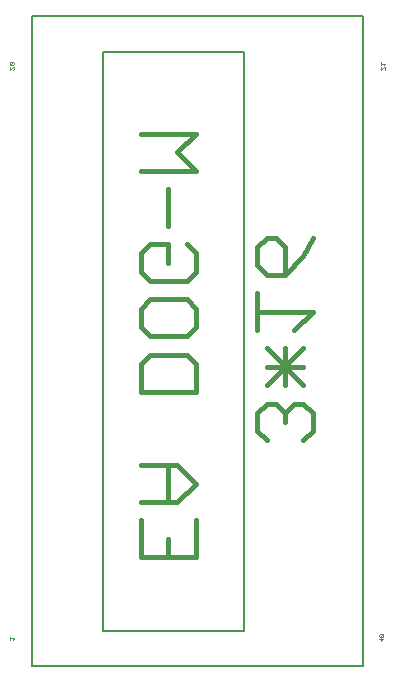
<source format=gbo>
G75*
%MOIN*%
%OFA0B0*%
%FSLAX24Y24*%
%IPPOS*%
%LPD*%
%AMOC8*
5,1,8,0,0,1.08239X$1,22.5*
%
%ADD10C,0.0050*%
%ADD11C,0.0160*%
%ADD12C,0.0010*%
D10*
X026106Y000623D02*
X026106Y022277D01*
X037129Y022277D01*
X037129Y000623D01*
X026106Y000623D01*
X028468Y001804D02*
X028468Y021096D01*
X033192Y021096D01*
X033192Y001804D01*
X028468Y001804D01*
D11*
X029729Y004247D02*
X029729Y005474D01*
X029729Y006088D02*
X030957Y006088D01*
X031570Y006702D01*
X030957Y007316D01*
X029729Y007316D01*
X030650Y007316D02*
X030650Y006088D01*
X031570Y005474D02*
X031570Y004247D01*
X029729Y004247D01*
X030650Y004247D02*
X030650Y004860D01*
X033930Y008141D02*
X033623Y008448D01*
X033623Y009062D01*
X033930Y009369D01*
X034237Y009369D01*
X034544Y009062D01*
X034544Y008755D01*
X034544Y009062D02*
X034851Y009369D01*
X035158Y009369D01*
X035465Y009062D01*
X035465Y008448D01*
X035158Y008141D01*
X035158Y009982D02*
X033930Y011210D01*
X034544Y011210D02*
X034544Y009982D01*
X033930Y009982D02*
X035158Y011210D01*
X034851Y011824D02*
X035465Y012438D01*
X033623Y012438D01*
X033623Y011824D02*
X033623Y013052D01*
X033930Y013666D02*
X033623Y013973D01*
X033623Y014586D01*
X033930Y014893D01*
X034237Y014893D01*
X034544Y014586D01*
X034544Y013666D01*
X033930Y013666D01*
X034544Y013666D02*
X035158Y014279D01*
X035465Y014893D01*
X031570Y014375D02*
X031570Y013761D01*
X031264Y013454D01*
X030036Y013454D01*
X029729Y013761D01*
X029729Y014375D01*
X030036Y014682D01*
X030650Y014682D01*
X030650Y014068D01*
X031264Y014682D02*
X031570Y014375D01*
X030650Y015296D02*
X030650Y016524D01*
X029729Y017138D02*
X031570Y017138D01*
X030957Y017751D01*
X031570Y018365D01*
X029729Y018365D01*
X030036Y012841D02*
X031264Y012841D01*
X031570Y012534D01*
X031570Y011920D01*
X031264Y011613D01*
X030036Y011613D01*
X029729Y011920D01*
X029729Y012534D01*
X030036Y012841D01*
X030036Y010999D02*
X031264Y010999D01*
X031570Y010692D01*
X031570Y009771D01*
X029729Y009771D01*
X029729Y010692D01*
X030036Y010999D01*
X033930Y010596D02*
X035158Y010596D01*
D12*
X025361Y001603D02*
X025361Y001503D01*
X025361Y001553D02*
X025511Y001553D01*
X025461Y001503D01*
X037673Y001516D02*
X037823Y001516D01*
X037748Y001441D01*
X037748Y001541D01*
X037698Y001588D02*
X037798Y001688D01*
X037698Y001688D01*
X037673Y001663D01*
X037673Y001613D01*
X037698Y001588D01*
X037798Y001588D01*
X037823Y001613D01*
X037823Y001663D01*
X037798Y001688D01*
X037736Y020504D02*
X037836Y020604D01*
X037861Y020604D01*
X037886Y020579D01*
X037886Y020529D01*
X037861Y020504D01*
X037736Y020504D02*
X037736Y020604D01*
X037736Y020651D02*
X037736Y020751D01*
X037736Y020701D02*
X037886Y020701D01*
X037836Y020651D01*
X025511Y020676D02*
X025511Y020726D01*
X025486Y020751D01*
X025386Y020651D01*
X025361Y020676D01*
X025361Y020726D01*
X025386Y020751D01*
X025486Y020751D01*
X025511Y020676D02*
X025486Y020651D01*
X025386Y020651D01*
X025361Y020604D02*
X025361Y020504D01*
X025461Y020604D01*
X025486Y020604D01*
X025511Y020579D01*
X025511Y020529D01*
X025486Y020504D01*
M02*

</source>
